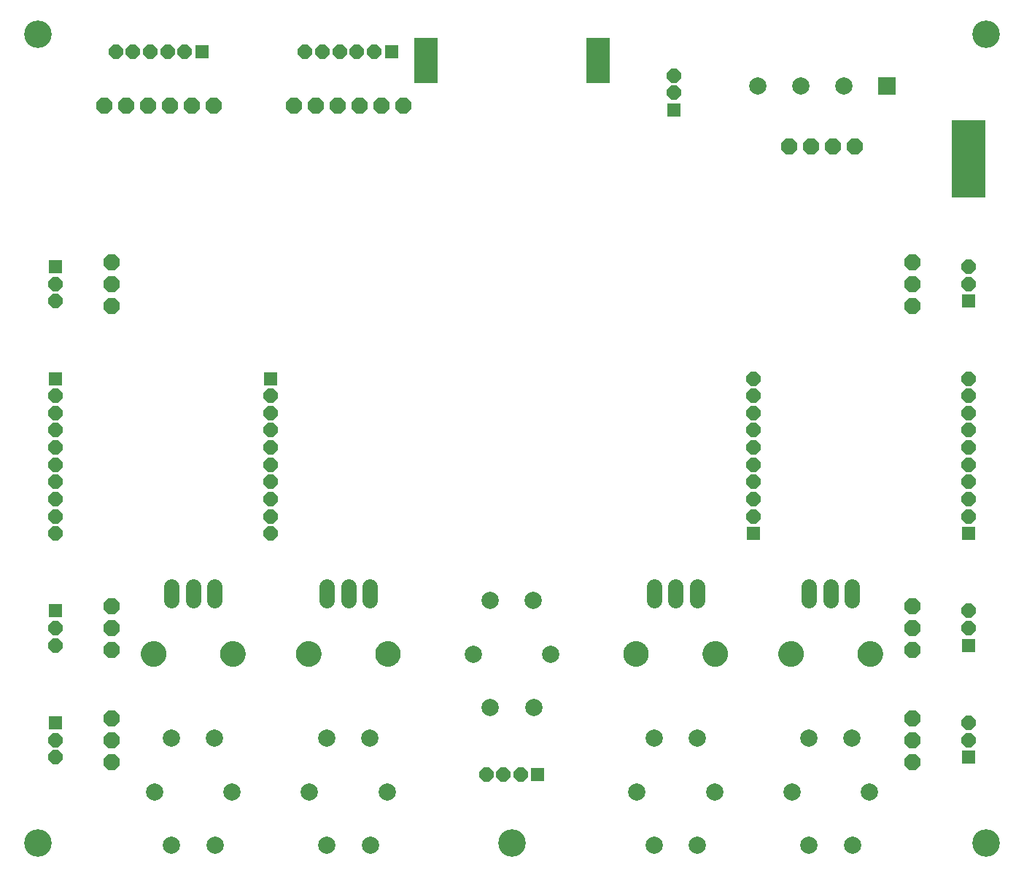
<source format=gbr>
G04 EAGLE Gerber RS-274X export*
G75*
%MOMM*%
%FSLAX34Y34*%
%LPD*%
%INSoldermask Bottom*%
%IPPOS*%
%AMOC8*
5,1,8,0,0,1.08239X$1,22.5*%
G01*
%ADD10C,3.203200*%
%ADD11R,4.000000X9.000000*%
%ADD12C,1.812800*%
%ADD13C,2.403200*%
%ADD14C,0.350000*%
%ADD15C,2.012800*%
%ADD16C,2.003200*%
%ADD17R,2.012800X2.012800*%
%ADD18R,1.625600X1.625600*%
%ADD19P,1.759533X8X202.500000*%
%ADD20P,1.759533X8X22.500000*%
%ADD21P,1.759533X8X292.500000*%
%ADD22R,2.743200X5.283200*%
%ADD23P,1.979475X8X292.500000*%
%ADD24P,1.979475X8X202.500000*%
%ADD25P,1.979475X8X22.500000*%


D10*
X1150000Y990000D03*
X1150000Y50000D03*
X50000Y50000D03*
X50000Y990000D03*
D11*
X1130000Y845000D03*
D10*
X600000Y50000D03*
D12*
X815000Y331952D02*
X815000Y348048D01*
X790000Y348048D02*
X790000Y331952D01*
X765000Y331952D02*
X765000Y348048D01*
D13*
X836000Y270000D03*
X744000Y270000D03*
D14*
X823000Y270000D02*
X823004Y270319D01*
X823016Y270638D01*
X823035Y270956D01*
X823063Y271274D01*
X823098Y271591D01*
X823141Y271907D01*
X823191Y272223D01*
X823250Y272536D01*
X823316Y272848D01*
X823390Y273159D01*
X823471Y273467D01*
X823560Y273774D01*
X823656Y274078D01*
X823760Y274380D01*
X823871Y274679D01*
X823990Y274975D01*
X824115Y275268D01*
X824248Y275558D01*
X824388Y275845D01*
X824535Y276128D01*
X824689Y276408D01*
X824850Y276683D01*
X825017Y276955D01*
X825191Y277222D01*
X825371Y277486D01*
X825558Y277744D01*
X825751Y277998D01*
X825951Y278247D01*
X826156Y278491D01*
X826368Y278730D01*
X826585Y278964D01*
X826808Y279192D01*
X827036Y279415D01*
X827270Y279632D01*
X827509Y279844D01*
X827753Y280049D01*
X828002Y280249D01*
X828256Y280442D01*
X828514Y280629D01*
X828778Y280809D01*
X829045Y280983D01*
X829317Y281150D01*
X829592Y281311D01*
X829872Y281465D01*
X830155Y281612D01*
X830442Y281752D01*
X830732Y281885D01*
X831025Y282010D01*
X831321Y282129D01*
X831620Y282240D01*
X831922Y282344D01*
X832226Y282440D01*
X832533Y282529D01*
X832841Y282610D01*
X833152Y282684D01*
X833464Y282750D01*
X833777Y282809D01*
X834093Y282859D01*
X834409Y282902D01*
X834726Y282937D01*
X835044Y282965D01*
X835362Y282984D01*
X835681Y282996D01*
X836000Y283000D01*
X836319Y282996D01*
X836638Y282984D01*
X836956Y282965D01*
X837274Y282937D01*
X837591Y282902D01*
X837907Y282859D01*
X838223Y282809D01*
X838536Y282750D01*
X838848Y282684D01*
X839159Y282610D01*
X839467Y282529D01*
X839774Y282440D01*
X840078Y282344D01*
X840380Y282240D01*
X840679Y282129D01*
X840975Y282010D01*
X841268Y281885D01*
X841558Y281752D01*
X841845Y281612D01*
X842128Y281465D01*
X842408Y281311D01*
X842683Y281150D01*
X842955Y280983D01*
X843222Y280809D01*
X843486Y280629D01*
X843744Y280442D01*
X843998Y280249D01*
X844247Y280049D01*
X844491Y279844D01*
X844730Y279632D01*
X844964Y279415D01*
X845192Y279192D01*
X845415Y278964D01*
X845632Y278730D01*
X845844Y278491D01*
X846049Y278247D01*
X846249Y277998D01*
X846442Y277744D01*
X846629Y277486D01*
X846809Y277222D01*
X846983Y276955D01*
X847150Y276683D01*
X847311Y276408D01*
X847465Y276128D01*
X847612Y275845D01*
X847752Y275558D01*
X847885Y275268D01*
X848010Y274975D01*
X848129Y274679D01*
X848240Y274380D01*
X848344Y274078D01*
X848440Y273774D01*
X848529Y273467D01*
X848610Y273159D01*
X848684Y272848D01*
X848750Y272536D01*
X848809Y272223D01*
X848859Y271907D01*
X848902Y271591D01*
X848937Y271274D01*
X848965Y270956D01*
X848984Y270638D01*
X848996Y270319D01*
X849000Y270000D01*
X848996Y269681D01*
X848984Y269362D01*
X848965Y269044D01*
X848937Y268726D01*
X848902Y268409D01*
X848859Y268093D01*
X848809Y267777D01*
X848750Y267464D01*
X848684Y267152D01*
X848610Y266841D01*
X848529Y266533D01*
X848440Y266226D01*
X848344Y265922D01*
X848240Y265620D01*
X848129Y265321D01*
X848010Y265025D01*
X847885Y264732D01*
X847752Y264442D01*
X847612Y264155D01*
X847465Y263872D01*
X847311Y263592D01*
X847150Y263317D01*
X846983Y263045D01*
X846809Y262778D01*
X846629Y262514D01*
X846442Y262256D01*
X846249Y262002D01*
X846049Y261753D01*
X845844Y261509D01*
X845632Y261270D01*
X845415Y261036D01*
X845192Y260808D01*
X844964Y260585D01*
X844730Y260368D01*
X844491Y260156D01*
X844247Y259951D01*
X843998Y259751D01*
X843744Y259558D01*
X843486Y259371D01*
X843222Y259191D01*
X842955Y259017D01*
X842683Y258850D01*
X842408Y258689D01*
X842128Y258535D01*
X841845Y258388D01*
X841558Y258248D01*
X841268Y258115D01*
X840975Y257990D01*
X840679Y257871D01*
X840380Y257760D01*
X840078Y257656D01*
X839774Y257560D01*
X839467Y257471D01*
X839159Y257390D01*
X838848Y257316D01*
X838536Y257250D01*
X838223Y257191D01*
X837907Y257141D01*
X837591Y257098D01*
X837274Y257063D01*
X836956Y257035D01*
X836638Y257016D01*
X836319Y257004D01*
X836000Y257000D01*
X835681Y257004D01*
X835362Y257016D01*
X835044Y257035D01*
X834726Y257063D01*
X834409Y257098D01*
X834093Y257141D01*
X833777Y257191D01*
X833464Y257250D01*
X833152Y257316D01*
X832841Y257390D01*
X832533Y257471D01*
X832226Y257560D01*
X831922Y257656D01*
X831620Y257760D01*
X831321Y257871D01*
X831025Y257990D01*
X830732Y258115D01*
X830442Y258248D01*
X830155Y258388D01*
X829872Y258535D01*
X829592Y258689D01*
X829317Y258850D01*
X829045Y259017D01*
X828778Y259191D01*
X828514Y259371D01*
X828256Y259558D01*
X828002Y259751D01*
X827753Y259951D01*
X827509Y260156D01*
X827270Y260368D01*
X827036Y260585D01*
X826808Y260808D01*
X826585Y261036D01*
X826368Y261270D01*
X826156Y261509D01*
X825951Y261753D01*
X825751Y262002D01*
X825558Y262256D01*
X825371Y262514D01*
X825191Y262778D01*
X825017Y263045D01*
X824850Y263317D01*
X824689Y263592D01*
X824535Y263872D01*
X824388Y264155D01*
X824248Y264442D01*
X824115Y264732D01*
X823990Y265025D01*
X823871Y265321D01*
X823760Y265620D01*
X823656Y265922D01*
X823560Y266226D01*
X823471Y266533D01*
X823390Y266841D01*
X823316Y267152D01*
X823250Y267464D01*
X823191Y267777D01*
X823141Y268093D01*
X823098Y268409D01*
X823063Y268726D01*
X823035Y269044D01*
X823016Y269362D01*
X823004Y269681D01*
X823000Y270000D01*
X731000Y270000D02*
X731004Y270319D01*
X731016Y270638D01*
X731035Y270956D01*
X731063Y271274D01*
X731098Y271591D01*
X731141Y271907D01*
X731191Y272223D01*
X731250Y272536D01*
X731316Y272848D01*
X731390Y273159D01*
X731471Y273467D01*
X731560Y273774D01*
X731656Y274078D01*
X731760Y274380D01*
X731871Y274679D01*
X731990Y274975D01*
X732115Y275268D01*
X732248Y275558D01*
X732388Y275845D01*
X732535Y276128D01*
X732689Y276408D01*
X732850Y276683D01*
X733017Y276955D01*
X733191Y277222D01*
X733371Y277486D01*
X733558Y277744D01*
X733751Y277998D01*
X733951Y278247D01*
X734156Y278491D01*
X734368Y278730D01*
X734585Y278964D01*
X734808Y279192D01*
X735036Y279415D01*
X735270Y279632D01*
X735509Y279844D01*
X735753Y280049D01*
X736002Y280249D01*
X736256Y280442D01*
X736514Y280629D01*
X736778Y280809D01*
X737045Y280983D01*
X737317Y281150D01*
X737592Y281311D01*
X737872Y281465D01*
X738155Y281612D01*
X738442Y281752D01*
X738732Y281885D01*
X739025Y282010D01*
X739321Y282129D01*
X739620Y282240D01*
X739922Y282344D01*
X740226Y282440D01*
X740533Y282529D01*
X740841Y282610D01*
X741152Y282684D01*
X741464Y282750D01*
X741777Y282809D01*
X742093Y282859D01*
X742409Y282902D01*
X742726Y282937D01*
X743044Y282965D01*
X743362Y282984D01*
X743681Y282996D01*
X744000Y283000D01*
X744319Y282996D01*
X744638Y282984D01*
X744956Y282965D01*
X745274Y282937D01*
X745591Y282902D01*
X745907Y282859D01*
X746223Y282809D01*
X746536Y282750D01*
X746848Y282684D01*
X747159Y282610D01*
X747467Y282529D01*
X747774Y282440D01*
X748078Y282344D01*
X748380Y282240D01*
X748679Y282129D01*
X748975Y282010D01*
X749268Y281885D01*
X749558Y281752D01*
X749845Y281612D01*
X750128Y281465D01*
X750408Y281311D01*
X750683Y281150D01*
X750955Y280983D01*
X751222Y280809D01*
X751486Y280629D01*
X751744Y280442D01*
X751998Y280249D01*
X752247Y280049D01*
X752491Y279844D01*
X752730Y279632D01*
X752964Y279415D01*
X753192Y279192D01*
X753415Y278964D01*
X753632Y278730D01*
X753844Y278491D01*
X754049Y278247D01*
X754249Y277998D01*
X754442Y277744D01*
X754629Y277486D01*
X754809Y277222D01*
X754983Y276955D01*
X755150Y276683D01*
X755311Y276408D01*
X755465Y276128D01*
X755612Y275845D01*
X755752Y275558D01*
X755885Y275268D01*
X756010Y274975D01*
X756129Y274679D01*
X756240Y274380D01*
X756344Y274078D01*
X756440Y273774D01*
X756529Y273467D01*
X756610Y273159D01*
X756684Y272848D01*
X756750Y272536D01*
X756809Y272223D01*
X756859Y271907D01*
X756902Y271591D01*
X756937Y271274D01*
X756965Y270956D01*
X756984Y270638D01*
X756996Y270319D01*
X757000Y270000D01*
X756996Y269681D01*
X756984Y269362D01*
X756965Y269044D01*
X756937Y268726D01*
X756902Y268409D01*
X756859Y268093D01*
X756809Y267777D01*
X756750Y267464D01*
X756684Y267152D01*
X756610Y266841D01*
X756529Y266533D01*
X756440Y266226D01*
X756344Y265922D01*
X756240Y265620D01*
X756129Y265321D01*
X756010Y265025D01*
X755885Y264732D01*
X755752Y264442D01*
X755612Y264155D01*
X755465Y263872D01*
X755311Y263592D01*
X755150Y263317D01*
X754983Y263045D01*
X754809Y262778D01*
X754629Y262514D01*
X754442Y262256D01*
X754249Y262002D01*
X754049Y261753D01*
X753844Y261509D01*
X753632Y261270D01*
X753415Y261036D01*
X753192Y260808D01*
X752964Y260585D01*
X752730Y260368D01*
X752491Y260156D01*
X752247Y259951D01*
X751998Y259751D01*
X751744Y259558D01*
X751486Y259371D01*
X751222Y259191D01*
X750955Y259017D01*
X750683Y258850D01*
X750408Y258689D01*
X750128Y258535D01*
X749845Y258388D01*
X749558Y258248D01*
X749268Y258115D01*
X748975Y257990D01*
X748679Y257871D01*
X748380Y257760D01*
X748078Y257656D01*
X747774Y257560D01*
X747467Y257471D01*
X747159Y257390D01*
X746848Y257316D01*
X746536Y257250D01*
X746223Y257191D01*
X745907Y257141D01*
X745591Y257098D01*
X745274Y257063D01*
X744956Y257035D01*
X744638Y257016D01*
X744319Y257004D01*
X744000Y257000D01*
X743681Y257004D01*
X743362Y257016D01*
X743044Y257035D01*
X742726Y257063D01*
X742409Y257098D01*
X742093Y257141D01*
X741777Y257191D01*
X741464Y257250D01*
X741152Y257316D01*
X740841Y257390D01*
X740533Y257471D01*
X740226Y257560D01*
X739922Y257656D01*
X739620Y257760D01*
X739321Y257871D01*
X739025Y257990D01*
X738732Y258115D01*
X738442Y258248D01*
X738155Y258388D01*
X737872Y258535D01*
X737592Y258689D01*
X737317Y258850D01*
X737045Y259017D01*
X736778Y259191D01*
X736514Y259371D01*
X736256Y259558D01*
X736002Y259751D01*
X735753Y259951D01*
X735509Y260156D01*
X735270Y260368D01*
X735036Y260585D01*
X734808Y260808D01*
X734585Y261036D01*
X734368Y261270D01*
X734156Y261509D01*
X733951Y261753D01*
X733751Y262002D01*
X733558Y262256D01*
X733371Y262514D01*
X733191Y262778D01*
X733017Y263045D01*
X732850Y263317D01*
X732689Y263592D01*
X732535Y263872D01*
X732388Y264155D01*
X732248Y264442D01*
X732115Y264732D01*
X731990Y265025D01*
X731871Y265321D01*
X731760Y265620D01*
X731656Y265922D01*
X731560Y266226D01*
X731471Y266533D01*
X731390Y266841D01*
X731316Y267152D01*
X731250Y267464D01*
X731191Y267777D01*
X731141Y268093D01*
X731098Y268409D01*
X731063Y268726D01*
X731035Y269044D01*
X731016Y269362D01*
X731004Y269681D01*
X731000Y270000D01*
D12*
X995000Y331952D02*
X995000Y348048D01*
X970000Y348048D02*
X970000Y331952D01*
X945000Y331952D02*
X945000Y348048D01*
D13*
X1016000Y270000D03*
X924000Y270000D03*
D14*
X1003000Y270000D02*
X1003004Y270319D01*
X1003016Y270638D01*
X1003035Y270956D01*
X1003063Y271274D01*
X1003098Y271591D01*
X1003141Y271907D01*
X1003191Y272223D01*
X1003250Y272536D01*
X1003316Y272848D01*
X1003390Y273159D01*
X1003471Y273467D01*
X1003560Y273774D01*
X1003656Y274078D01*
X1003760Y274380D01*
X1003871Y274679D01*
X1003990Y274975D01*
X1004115Y275268D01*
X1004248Y275558D01*
X1004388Y275845D01*
X1004535Y276128D01*
X1004689Y276408D01*
X1004850Y276683D01*
X1005017Y276955D01*
X1005191Y277222D01*
X1005371Y277486D01*
X1005558Y277744D01*
X1005751Y277998D01*
X1005951Y278247D01*
X1006156Y278491D01*
X1006368Y278730D01*
X1006585Y278964D01*
X1006808Y279192D01*
X1007036Y279415D01*
X1007270Y279632D01*
X1007509Y279844D01*
X1007753Y280049D01*
X1008002Y280249D01*
X1008256Y280442D01*
X1008514Y280629D01*
X1008778Y280809D01*
X1009045Y280983D01*
X1009317Y281150D01*
X1009592Y281311D01*
X1009872Y281465D01*
X1010155Y281612D01*
X1010442Y281752D01*
X1010732Y281885D01*
X1011025Y282010D01*
X1011321Y282129D01*
X1011620Y282240D01*
X1011922Y282344D01*
X1012226Y282440D01*
X1012533Y282529D01*
X1012841Y282610D01*
X1013152Y282684D01*
X1013464Y282750D01*
X1013777Y282809D01*
X1014093Y282859D01*
X1014409Y282902D01*
X1014726Y282937D01*
X1015044Y282965D01*
X1015362Y282984D01*
X1015681Y282996D01*
X1016000Y283000D01*
X1016319Y282996D01*
X1016638Y282984D01*
X1016956Y282965D01*
X1017274Y282937D01*
X1017591Y282902D01*
X1017907Y282859D01*
X1018223Y282809D01*
X1018536Y282750D01*
X1018848Y282684D01*
X1019159Y282610D01*
X1019467Y282529D01*
X1019774Y282440D01*
X1020078Y282344D01*
X1020380Y282240D01*
X1020679Y282129D01*
X1020975Y282010D01*
X1021268Y281885D01*
X1021558Y281752D01*
X1021845Y281612D01*
X1022128Y281465D01*
X1022408Y281311D01*
X1022683Y281150D01*
X1022955Y280983D01*
X1023222Y280809D01*
X1023486Y280629D01*
X1023744Y280442D01*
X1023998Y280249D01*
X1024247Y280049D01*
X1024491Y279844D01*
X1024730Y279632D01*
X1024964Y279415D01*
X1025192Y279192D01*
X1025415Y278964D01*
X1025632Y278730D01*
X1025844Y278491D01*
X1026049Y278247D01*
X1026249Y277998D01*
X1026442Y277744D01*
X1026629Y277486D01*
X1026809Y277222D01*
X1026983Y276955D01*
X1027150Y276683D01*
X1027311Y276408D01*
X1027465Y276128D01*
X1027612Y275845D01*
X1027752Y275558D01*
X1027885Y275268D01*
X1028010Y274975D01*
X1028129Y274679D01*
X1028240Y274380D01*
X1028344Y274078D01*
X1028440Y273774D01*
X1028529Y273467D01*
X1028610Y273159D01*
X1028684Y272848D01*
X1028750Y272536D01*
X1028809Y272223D01*
X1028859Y271907D01*
X1028902Y271591D01*
X1028937Y271274D01*
X1028965Y270956D01*
X1028984Y270638D01*
X1028996Y270319D01*
X1029000Y270000D01*
X1028996Y269681D01*
X1028984Y269362D01*
X1028965Y269044D01*
X1028937Y268726D01*
X1028902Y268409D01*
X1028859Y268093D01*
X1028809Y267777D01*
X1028750Y267464D01*
X1028684Y267152D01*
X1028610Y266841D01*
X1028529Y266533D01*
X1028440Y266226D01*
X1028344Y265922D01*
X1028240Y265620D01*
X1028129Y265321D01*
X1028010Y265025D01*
X1027885Y264732D01*
X1027752Y264442D01*
X1027612Y264155D01*
X1027465Y263872D01*
X1027311Y263592D01*
X1027150Y263317D01*
X1026983Y263045D01*
X1026809Y262778D01*
X1026629Y262514D01*
X1026442Y262256D01*
X1026249Y262002D01*
X1026049Y261753D01*
X1025844Y261509D01*
X1025632Y261270D01*
X1025415Y261036D01*
X1025192Y260808D01*
X1024964Y260585D01*
X1024730Y260368D01*
X1024491Y260156D01*
X1024247Y259951D01*
X1023998Y259751D01*
X1023744Y259558D01*
X1023486Y259371D01*
X1023222Y259191D01*
X1022955Y259017D01*
X1022683Y258850D01*
X1022408Y258689D01*
X1022128Y258535D01*
X1021845Y258388D01*
X1021558Y258248D01*
X1021268Y258115D01*
X1020975Y257990D01*
X1020679Y257871D01*
X1020380Y257760D01*
X1020078Y257656D01*
X1019774Y257560D01*
X1019467Y257471D01*
X1019159Y257390D01*
X1018848Y257316D01*
X1018536Y257250D01*
X1018223Y257191D01*
X1017907Y257141D01*
X1017591Y257098D01*
X1017274Y257063D01*
X1016956Y257035D01*
X1016638Y257016D01*
X1016319Y257004D01*
X1016000Y257000D01*
X1015681Y257004D01*
X1015362Y257016D01*
X1015044Y257035D01*
X1014726Y257063D01*
X1014409Y257098D01*
X1014093Y257141D01*
X1013777Y257191D01*
X1013464Y257250D01*
X1013152Y257316D01*
X1012841Y257390D01*
X1012533Y257471D01*
X1012226Y257560D01*
X1011922Y257656D01*
X1011620Y257760D01*
X1011321Y257871D01*
X1011025Y257990D01*
X1010732Y258115D01*
X1010442Y258248D01*
X1010155Y258388D01*
X1009872Y258535D01*
X1009592Y258689D01*
X1009317Y258850D01*
X1009045Y259017D01*
X1008778Y259191D01*
X1008514Y259371D01*
X1008256Y259558D01*
X1008002Y259751D01*
X1007753Y259951D01*
X1007509Y260156D01*
X1007270Y260368D01*
X1007036Y260585D01*
X1006808Y260808D01*
X1006585Y261036D01*
X1006368Y261270D01*
X1006156Y261509D01*
X1005951Y261753D01*
X1005751Y262002D01*
X1005558Y262256D01*
X1005371Y262514D01*
X1005191Y262778D01*
X1005017Y263045D01*
X1004850Y263317D01*
X1004689Y263592D01*
X1004535Y263872D01*
X1004388Y264155D01*
X1004248Y264442D01*
X1004115Y264732D01*
X1003990Y265025D01*
X1003871Y265321D01*
X1003760Y265620D01*
X1003656Y265922D01*
X1003560Y266226D01*
X1003471Y266533D01*
X1003390Y266841D01*
X1003316Y267152D01*
X1003250Y267464D01*
X1003191Y267777D01*
X1003141Y268093D01*
X1003098Y268409D01*
X1003063Y268726D01*
X1003035Y269044D01*
X1003016Y269362D01*
X1003004Y269681D01*
X1003000Y270000D01*
X911000Y270000D02*
X911004Y270319D01*
X911016Y270638D01*
X911035Y270956D01*
X911063Y271274D01*
X911098Y271591D01*
X911141Y271907D01*
X911191Y272223D01*
X911250Y272536D01*
X911316Y272848D01*
X911390Y273159D01*
X911471Y273467D01*
X911560Y273774D01*
X911656Y274078D01*
X911760Y274380D01*
X911871Y274679D01*
X911990Y274975D01*
X912115Y275268D01*
X912248Y275558D01*
X912388Y275845D01*
X912535Y276128D01*
X912689Y276408D01*
X912850Y276683D01*
X913017Y276955D01*
X913191Y277222D01*
X913371Y277486D01*
X913558Y277744D01*
X913751Y277998D01*
X913951Y278247D01*
X914156Y278491D01*
X914368Y278730D01*
X914585Y278964D01*
X914808Y279192D01*
X915036Y279415D01*
X915270Y279632D01*
X915509Y279844D01*
X915753Y280049D01*
X916002Y280249D01*
X916256Y280442D01*
X916514Y280629D01*
X916778Y280809D01*
X917045Y280983D01*
X917317Y281150D01*
X917592Y281311D01*
X917872Y281465D01*
X918155Y281612D01*
X918442Y281752D01*
X918732Y281885D01*
X919025Y282010D01*
X919321Y282129D01*
X919620Y282240D01*
X919922Y282344D01*
X920226Y282440D01*
X920533Y282529D01*
X920841Y282610D01*
X921152Y282684D01*
X921464Y282750D01*
X921777Y282809D01*
X922093Y282859D01*
X922409Y282902D01*
X922726Y282937D01*
X923044Y282965D01*
X923362Y282984D01*
X923681Y282996D01*
X924000Y283000D01*
X924319Y282996D01*
X924638Y282984D01*
X924956Y282965D01*
X925274Y282937D01*
X925591Y282902D01*
X925907Y282859D01*
X926223Y282809D01*
X926536Y282750D01*
X926848Y282684D01*
X927159Y282610D01*
X927467Y282529D01*
X927774Y282440D01*
X928078Y282344D01*
X928380Y282240D01*
X928679Y282129D01*
X928975Y282010D01*
X929268Y281885D01*
X929558Y281752D01*
X929845Y281612D01*
X930128Y281465D01*
X930408Y281311D01*
X930683Y281150D01*
X930955Y280983D01*
X931222Y280809D01*
X931486Y280629D01*
X931744Y280442D01*
X931998Y280249D01*
X932247Y280049D01*
X932491Y279844D01*
X932730Y279632D01*
X932964Y279415D01*
X933192Y279192D01*
X933415Y278964D01*
X933632Y278730D01*
X933844Y278491D01*
X934049Y278247D01*
X934249Y277998D01*
X934442Y277744D01*
X934629Y277486D01*
X934809Y277222D01*
X934983Y276955D01*
X935150Y276683D01*
X935311Y276408D01*
X935465Y276128D01*
X935612Y275845D01*
X935752Y275558D01*
X935885Y275268D01*
X936010Y274975D01*
X936129Y274679D01*
X936240Y274380D01*
X936344Y274078D01*
X936440Y273774D01*
X936529Y273467D01*
X936610Y273159D01*
X936684Y272848D01*
X936750Y272536D01*
X936809Y272223D01*
X936859Y271907D01*
X936902Y271591D01*
X936937Y271274D01*
X936965Y270956D01*
X936984Y270638D01*
X936996Y270319D01*
X937000Y270000D01*
X936996Y269681D01*
X936984Y269362D01*
X936965Y269044D01*
X936937Y268726D01*
X936902Y268409D01*
X936859Y268093D01*
X936809Y267777D01*
X936750Y267464D01*
X936684Y267152D01*
X936610Y266841D01*
X936529Y266533D01*
X936440Y266226D01*
X936344Y265922D01*
X936240Y265620D01*
X936129Y265321D01*
X936010Y265025D01*
X935885Y264732D01*
X935752Y264442D01*
X935612Y264155D01*
X935465Y263872D01*
X935311Y263592D01*
X935150Y263317D01*
X934983Y263045D01*
X934809Y262778D01*
X934629Y262514D01*
X934442Y262256D01*
X934249Y262002D01*
X934049Y261753D01*
X933844Y261509D01*
X933632Y261270D01*
X933415Y261036D01*
X933192Y260808D01*
X932964Y260585D01*
X932730Y260368D01*
X932491Y260156D01*
X932247Y259951D01*
X931998Y259751D01*
X931744Y259558D01*
X931486Y259371D01*
X931222Y259191D01*
X930955Y259017D01*
X930683Y258850D01*
X930408Y258689D01*
X930128Y258535D01*
X929845Y258388D01*
X929558Y258248D01*
X929268Y258115D01*
X928975Y257990D01*
X928679Y257871D01*
X928380Y257760D01*
X928078Y257656D01*
X927774Y257560D01*
X927467Y257471D01*
X927159Y257390D01*
X926848Y257316D01*
X926536Y257250D01*
X926223Y257191D01*
X925907Y257141D01*
X925591Y257098D01*
X925274Y257063D01*
X924956Y257035D01*
X924638Y257016D01*
X924319Y257004D01*
X924000Y257000D01*
X923681Y257004D01*
X923362Y257016D01*
X923044Y257035D01*
X922726Y257063D01*
X922409Y257098D01*
X922093Y257141D01*
X921777Y257191D01*
X921464Y257250D01*
X921152Y257316D01*
X920841Y257390D01*
X920533Y257471D01*
X920226Y257560D01*
X919922Y257656D01*
X919620Y257760D01*
X919321Y257871D01*
X919025Y257990D01*
X918732Y258115D01*
X918442Y258248D01*
X918155Y258388D01*
X917872Y258535D01*
X917592Y258689D01*
X917317Y258850D01*
X917045Y259017D01*
X916778Y259191D01*
X916514Y259371D01*
X916256Y259558D01*
X916002Y259751D01*
X915753Y259951D01*
X915509Y260156D01*
X915270Y260368D01*
X915036Y260585D01*
X914808Y260808D01*
X914585Y261036D01*
X914368Y261270D01*
X914156Y261509D01*
X913951Y261753D01*
X913751Y262002D01*
X913558Y262256D01*
X913371Y262514D01*
X913191Y262778D01*
X913017Y263045D01*
X912850Y263317D01*
X912689Y263592D01*
X912535Y263872D01*
X912388Y264155D01*
X912248Y264442D01*
X912115Y264732D01*
X911990Y265025D01*
X911871Y265321D01*
X911760Y265620D01*
X911656Y265922D01*
X911560Y266226D01*
X911471Y266533D01*
X911390Y266841D01*
X911316Y267152D01*
X911250Y267464D01*
X911191Y267777D01*
X911141Y268093D01*
X911098Y268409D01*
X911063Y268726D01*
X911035Y269044D01*
X911016Y269362D01*
X911004Y269681D01*
X911000Y270000D01*
D12*
X255000Y331952D02*
X255000Y348048D01*
X230000Y348048D02*
X230000Y331952D01*
X205000Y331952D02*
X205000Y348048D01*
D13*
X276000Y270000D03*
X184000Y270000D03*
D14*
X263000Y270000D02*
X263004Y270319D01*
X263016Y270638D01*
X263035Y270956D01*
X263063Y271274D01*
X263098Y271591D01*
X263141Y271907D01*
X263191Y272223D01*
X263250Y272536D01*
X263316Y272848D01*
X263390Y273159D01*
X263471Y273467D01*
X263560Y273774D01*
X263656Y274078D01*
X263760Y274380D01*
X263871Y274679D01*
X263990Y274975D01*
X264115Y275268D01*
X264248Y275558D01*
X264388Y275845D01*
X264535Y276128D01*
X264689Y276408D01*
X264850Y276683D01*
X265017Y276955D01*
X265191Y277222D01*
X265371Y277486D01*
X265558Y277744D01*
X265751Y277998D01*
X265951Y278247D01*
X266156Y278491D01*
X266368Y278730D01*
X266585Y278964D01*
X266808Y279192D01*
X267036Y279415D01*
X267270Y279632D01*
X267509Y279844D01*
X267753Y280049D01*
X268002Y280249D01*
X268256Y280442D01*
X268514Y280629D01*
X268778Y280809D01*
X269045Y280983D01*
X269317Y281150D01*
X269592Y281311D01*
X269872Y281465D01*
X270155Y281612D01*
X270442Y281752D01*
X270732Y281885D01*
X271025Y282010D01*
X271321Y282129D01*
X271620Y282240D01*
X271922Y282344D01*
X272226Y282440D01*
X272533Y282529D01*
X272841Y282610D01*
X273152Y282684D01*
X273464Y282750D01*
X273777Y282809D01*
X274093Y282859D01*
X274409Y282902D01*
X274726Y282937D01*
X275044Y282965D01*
X275362Y282984D01*
X275681Y282996D01*
X276000Y283000D01*
X276319Y282996D01*
X276638Y282984D01*
X276956Y282965D01*
X277274Y282937D01*
X277591Y282902D01*
X277907Y282859D01*
X278223Y282809D01*
X278536Y282750D01*
X278848Y282684D01*
X279159Y282610D01*
X279467Y282529D01*
X279774Y282440D01*
X280078Y282344D01*
X280380Y282240D01*
X280679Y282129D01*
X280975Y282010D01*
X281268Y281885D01*
X281558Y281752D01*
X281845Y281612D01*
X282128Y281465D01*
X282408Y281311D01*
X282683Y281150D01*
X282955Y280983D01*
X283222Y280809D01*
X283486Y280629D01*
X283744Y280442D01*
X283998Y280249D01*
X284247Y280049D01*
X284491Y279844D01*
X284730Y279632D01*
X284964Y279415D01*
X285192Y279192D01*
X285415Y278964D01*
X285632Y278730D01*
X285844Y278491D01*
X286049Y278247D01*
X286249Y277998D01*
X286442Y277744D01*
X286629Y277486D01*
X286809Y277222D01*
X286983Y276955D01*
X287150Y276683D01*
X287311Y276408D01*
X287465Y276128D01*
X287612Y275845D01*
X287752Y275558D01*
X287885Y275268D01*
X288010Y274975D01*
X288129Y274679D01*
X288240Y274380D01*
X288344Y274078D01*
X288440Y273774D01*
X288529Y273467D01*
X288610Y273159D01*
X288684Y272848D01*
X288750Y272536D01*
X288809Y272223D01*
X288859Y271907D01*
X288902Y271591D01*
X288937Y271274D01*
X288965Y270956D01*
X288984Y270638D01*
X288996Y270319D01*
X289000Y270000D01*
X288996Y269681D01*
X288984Y269362D01*
X288965Y269044D01*
X288937Y268726D01*
X288902Y268409D01*
X288859Y268093D01*
X288809Y267777D01*
X288750Y267464D01*
X288684Y267152D01*
X288610Y266841D01*
X288529Y266533D01*
X288440Y266226D01*
X288344Y265922D01*
X288240Y265620D01*
X288129Y265321D01*
X288010Y265025D01*
X287885Y264732D01*
X287752Y264442D01*
X287612Y264155D01*
X287465Y263872D01*
X287311Y263592D01*
X287150Y263317D01*
X286983Y263045D01*
X286809Y262778D01*
X286629Y262514D01*
X286442Y262256D01*
X286249Y262002D01*
X286049Y261753D01*
X285844Y261509D01*
X285632Y261270D01*
X285415Y261036D01*
X285192Y260808D01*
X284964Y260585D01*
X284730Y260368D01*
X284491Y260156D01*
X284247Y259951D01*
X283998Y259751D01*
X283744Y259558D01*
X283486Y259371D01*
X283222Y259191D01*
X282955Y259017D01*
X282683Y258850D01*
X282408Y258689D01*
X282128Y258535D01*
X281845Y258388D01*
X281558Y258248D01*
X281268Y258115D01*
X280975Y257990D01*
X280679Y257871D01*
X280380Y257760D01*
X280078Y257656D01*
X279774Y257560D01*
X279467Y257471D01*
X279159Y257390D01*
X278848Y257316D01*
X278536Y257250D01*
X278223Y257191D01*
X277907Y257141D01*
X277591Y257098D01*
X277274Y257063D01*
X276956Y257035D01*
X276638Y257016D01*
X276319Y257004D01*
X276000Y257000D01*
X275681Y257004D01*
X275362Y257016D01*
X275044Y257035D01*
X274726Y257063D01*
X274409Y257098D01*
X274093Y257141D01*
X273777Y257191D01*
X273464Y257250D01*
X273152Y257316D01*
X272841Y257390D01*
X272533Y257471D01*
X272226Y257560D01*
X271922Y257656D01*
X271620Y257760D01*
X271321Y257871D01*
X271025Y257990D01*
X270732Y258115D01*
X270442Y258248D01*
X270155Y258388D01*
X269872Y258535D01*
X269592Y258689D01*
X269317Y258850D01*
X269045Y259017D01*
X268778Y259191D01*
X268514Y259371D01*
X268256Y259558D01*
X268002Y259751D01*
X267753Y259951D01*
X267509Y260156D01*
X267270Y260368D01*
X267036Y260585D01*
X266808Y260808D01*
X266585Y261036D01*
X266368Y261270D01*
X266156Y261509D01*
X265951Y261753D01*
X265751Y262002D01*
X265558Y262256D01*
X265371Y262514D01*
X265191Y262778D01*
X265017Y263045D01*
X264850Y263317D01*
X264689Y263592D01*
X264535Y263872D01*
X264388Y264155D01*
X264248Y264442D01*
X264115Y264732D01*
X263990Y265025D01*
X263871Y265321D01*
X263760Y265620D01*
X263656Y265922D01*
X263560Y266226D01*
X263471Y266533D01*
X263390Y266841D01*
X263316Y267152D01*
X263250Y267464D01*
X263191Y267777D01*
X263141Y268093D01*
X263098Y268409D01*
X263063Y268726D01*
X263035Y269044D01*
X263016Y269362D01*
X263004Y269681D01*
X263000Y270000D01*
X171000Y270000D02*
X171004Y270319D01*
X171016Y270638D01*
X171035Y270956D01*
X171063Y271274D01*
X171098Y271591D01*
X171141Y271907D01*
X171191Y272223D01*
X171250Y272536D01*
X171316Y272848D01*
X171390Y273159D01*
X171471Y273467D01*
X171560Y273774D01*
X171656Y274078D01*
X171760Y274380D01*
X171871Y274679D01*
X171990Y274975D01*
X172115Y275268D01*
X172248Y275558D01*
X172388Y275845D01*
X172535Y276128D01*
X172689Y276408D01*
X172850Y276683D01*
X173017Y276955D01*
X173191Y277222D01*
X173371Y277486D01*
X173558Y277744D01*
X173751Y277998D01*
X173951Y278247D01*
X174156Y278491D01*
X174368Y278730D01*
X174585Y278964D01*
X174808Y279192D01*
X175036Y279415D01*
X175270Y279632D01*
X175509Y279844D01*
X175753Y280049D01*
X176002Y280249D01*
X176256Y280442D01*
X176514Y280629D01*
X176778Y280809D01*
X177045Y280983D01*
X177317Y281150D01*
X177592Y281311D01*
X177872Y281465D01*
X178155Y281612D01*
X178442Y281752D01*
X178732Y281885D01*
X179025Y282010D01*
X179321Y282129D01*
X179620Y282240D01*
X179922Y282344D01*
X180226Y282440D01*
X180533Y282529D01*
X180841Y282610D01*
X181152Y282684D01*
X181464Y282750D01*
X181777Y282809D01*
X182093Y282859D01*
X182409Y282902D01*
X182726Y282937D01*
X183044Y282965D01*
X183362Y282984D01*
X183681Y282996D01*
X184000Y283000D01*
X184319Y282996D01*
X184638Y282984D01*
X184956Y282965D01*
X185274Y282937D01*
X185591Y282902D01*
X185907Y282859D01*
X186223Y282809D01*
X186536Y282750D01*
X186848Y282684D01*
X187159Y282610D01*
X187467Y282529D01*
X187774Y282440D01*
X188078Y282344D01*
X188380Y282240D01*
X188679Y282129D01*
X188975Y282010D01*
X189268Y281885D01*
X189558Y281752D01*
X189845Y281612D01*
X190128Y281465D01*
X190408Y281311D01*
X190683Y281150D01*
X190955Y280983D01*
X191222Y280809D01*
X191486Y280629D01*
X191744Y280442D01*
X191998Y280249D01*
X192247Y280049D01*
X192491Y279844D01*
X192730Y279632D01*
X192964Y279415D01*
X193192Y279192D01*
X193415Y278964D01*
X193632Y278730D01*
X193844Y278491D01*
X194049Y278247D01*
X194249Y277998D01*
X194442Y277744D01*
X194629Y277486D01*
X194809Y277222D01*
X194983Y276955D01*
X195150Y276683D01*
X195311Y276408D01*
X195465Y276128D01*
X195612Y275845D01*
X195752Y275558D01*
X195885Y275268D01*
X196010Y274975D01*
X196129Y274679D01*
X196240Y274380D01*
X196344Y274078D01*
X196440Y273774D01*
X196529Y273467D01*
X196610Y273159D01*
X196684Y272848D01*
X196750Y272536D01*
X196809Y272223D01*
X196859Y271907D01*
X196902Y271591D01*
X196937Y271274D01*
X196965Y270956D01*
X196984Y270638D01*
X196996Y270319D01*
X197000Y270000D01*
X196996Y269681D01*
X196984Y269362D01*
X196965Y269044D01*
X196937Y268726D01*
X196902Y268409D01*
X196859Y268093D01*
X196809Y267777D01*
X196750Y267464D01*
X196684Y267152D01*
X196610Y266841D01*
X196529Y266533D01*
X196440Y266226D01*
X196344Y265922D01*
X196240Y265620D01*
X196129Y265321D01*
X196010Y265025D01*
X195885Y264732D01*
X195752Y264442D01*
X195612Y264155D01*
X195465Y263872D01*
X195311Y263592D01*
X195150Y263317D01*
X194983Y263045D01*
X194809Y262778D01*
X194629Y262514D01*
X194442Y262256D01*
X194249Y262002D01*
X194049Y261753D01*
X193844Y261509D01*
X193632Y261270D01*
X193415Y261036D01*
X193192Y260808D01*
X192964Y260585D01*
X192730Y260368D01*
X192491Y260156D01*
X192247Y259951D01*
X191998Y259751D01*
X191744Y259558D01*
X191486Y259371D01*
X191222Y259191D01*
X190955Y259017D01*
X190683Y258850D01*
X190408Y258689D01*
X190128Y258535D01*
X189845Y258388D01*
X189558Y258248D01*
X189268Y258115D01*
X188975Y257990D01*
X188679Y257871D01*
X188380Y257760D01*
X188078Y257656D01*
X187774Y257560D01*
X187467Y257471D01*
X187159Y257390D01*
X186848Y257316D01*
X186536Y257250D01*
X186223Y257191D01*
X185907Y257141D01*
X185591Y257098D01*
X185274Y257063D01*
X184956Y257035D01*
X184638Y257016D01*
X184319Y257004D01*
X184000Y257000D01*
X183681Y257004D01*
X183362Y257016D01*
X183044Y257035D01*
X182726Y257063D01*
X182409Y257098D01*
X182093Y257141D01*
X181777Y257191D01*
X181464Y257250D01*
X181152Y257316D01*
X180841Y257390D01*
X180533Y257471D01*
X180226Y257560D01*
X179922Y257656D01*
X179620Y257760D01*
X179321Y257871D01*
X179025Y257990D01*
X178732Y258115D01*
X178442Y258248D01*
X178155Y258388D01*
X177872Y258535D01*
X177592Y258689D01*
X177317Y258850D01*
X177045Y259017D01*
X176778Y259191D01*
X176514Y259371D01*
X176256Y259558D01*
X176002Y259751D01*
X175753Y259951D01*
X175509Y260156D01*
X175270Y260368D01*
X175036Y260585D01*
X174808Y260808D01*
X174585Y261036D01*
X174368Y261270D01*
X174156Y261509D01*
X173951Y261753D01*
X173751Y262002D01*
X173558Y262256D01*
X173371Y262514D01*
X173191Y262778D01*
X173017Y263045D01*
X172850Y263317D01*
X172689Y263592D01*
X172535Y263872D01*
X172388Y264155D01*
X172248Y264442D01*
X172115Y264732D01*
X171990Y265025D01*
X171871Y265321D01*
X171760Y265620D01*
X171656Y265922D01*
X171560Y266226D01*
X171471Y266533D01*
X171390Y266841D01*
X171316Y267152D01*
X171250Y267464D01*
X171191Y267777D01*
X171141Y268093D01*
X171098Y268409D01*
X171063Y268726D01*
X171035Y269044D01*
X171016Y269362D01*
X171004Y269681D01*
X171000Y270000D01*
D12*
X435000Y331952D02*
X435000Y348048D01*
X410000Y348048D02*
X410000Y331952D01*
X385000Y331952D02*
X385000Y348048D01*
D13*
X456000Y270000D03*
X364000Y270000D03*
D14*
X443000Y270000D02*
X443004Y270319D01*
X443016Y270638D01*
X443035Y270956D01*
X443063Y271274D01*
X443098Y271591D01*
X443141Y271907D01*
X443191Y272223D01*
X443250Y272536D01*
X443316Y272848D01*
X443390Y273159D01*
X443471Y273467D01*
X443560Y273774D01*
X443656Y274078D01*
X443760Y274380D01*
X443871Y274679D01*
X443990Y274975D01*
X444115Y275268D01*
X444248Y275558D01*
X444388Y275845D01*
X444535Y276128D01*
X444689Y276408D01*
X444850Y276683D01*
X445017Y276955D01*
X445191Y277222D01*
X445371Y277486D01*
X445558Y277744D01*
X445751Y277998D01*
X445951Y278247D01*
X446156Y278491D01*
X446368Y278730D01*
X446585Y278964D01*
X446808Y279192D01*
X447036Y279415D01*
X447270Y279632D01*
X447509Y279844D01*
X447753Y280049D01*
X448002Y280249D01*
X448256Y280442D01*
X448514Y280629D01*
X448778Y280809D01*
X449045Y280983D01*
X449317Y281150D01*
X449592Y281311D01*
X449872Y281465D01*
X450155Y281612D01*
X450442Y281752D01*
X450732Y281885D01*
X451025Y282010D01*
X451321Y282129D01*
X451620Y282240D01*
X451922Y282344D01*
X452226Y282440D01*
X452533Y282529D01*
X452841Y282610D01*
X453152Y282684D01*
X453464Y282750D01*
X453777Y282809D01*
X454093Y282859D01*
X454409Y282902D01*
X454726Y282937D01*
X455044Y282965D01*
X455362Y282984D01*
X455681Y282996D01*
X456000Y283000D01*
X456319Y282996D01*
X456638Y282984D01*
X456956Y282965D01*
X457274Y282937D01*
X457591Y282902D01*
X457907Y282859D01*
X458223Y282809D01*
X458536Y282750D01*
X458848Y282684D01*
X459159Y282610D01*
X459467Y282529D01*
X459774Y282440D01*
X460078Y282344D01*
X460380Y282240D01*
X460679Y282129D01*
X460975Y282010D01*
X461268Y281885D01*
X461558Y281752D01*
X461845Y281612D01*
X462128Y281465D01*
X462408Y281311D01*
X462683Y281150D01*
X462955Y280983D01*
X463222Y280809D01*
X463486Y280629D01*
X463744Y280442D01*
X463998Y280249D01*
X464247Y280049D01*
X464491Y279844D01*
X464730Y279632D01*
X464964Y279415D01*
X465192Y279192D01*
X465415Y278964D01*
X465632Y278730D01*
X465844Y278491D01*
X466049Y278247D01*
X466249Y277998D01*
X466442Y277744D01*
X466629Y277486D01*
X466809Y277222D01*
X466983Y276955D01*
X467150Y276683D01*
X467311Y276408D01*
X467465Y276128D01*
X467612Y275845D01*
X467752Y275558D01*
X467885Y275268D01*
X468010Y274975D01*
X468129Y274679D01*
X468240Y274380D01*
X468344Y274078D01*
X468440Y273774D01*
X468529Y273467D01*
X468610Y273159D01*
X468684Y272848D01*
X468750Y272536D01*
X468809Y272223D01*
X468859Y271907D01*
X468902Y271591D01*
X468937Y271274D01*
X468965Y270956D01*
X468984Y270638D01*
X468996Y270319D01*
X469000Y270000D01*
X468996Y269681D01*
X468984Y269362D01*
X468965Y269044D01*
X468937Y268726D01*
X468902Y268409D01*
X468859Y268093D01*
X468809Y267777D01*
X468750Y267464D01*
X468684Y267152D01*
X468610Y266841D01*
X468529Y266533D01*
X468440Y266226D01*
X468344Y265922D01*
X468240Y265620D01*
X468129Y265321D01*
X468010Y265025D01*
X467885Y264732D01*
X467752Y264442D01*
X467612Y264155D01*
X467465Y263872D01*
X467311Y263592D01*
X467150Y263317D01*
X466983Y263045D01*
X466809Y262778D01*
X466629Y262514D01*
X466442Y262256D01*
X466249Y262002D01*
X466049Y261753D01*
X465844Y261509D01*
X465632Y261270D01*
X465415Y261036D01*
X465192Y260808D01*
X464964Y260585D01*
X464730Y260368D01*
X464491Y260156D01*
X464247Y259951D01*
X463998Y259751D01*
X463744Y259558D01*
X463486Y259371D01*
X463222Y259191D01*
X462955Y259017D01*
X462683Y258850D01*
X462408Y258689D01*
X462128Y258535D01*
X461845Y258388D01*
X461558Y258248D01*
X461268Y258115D01*
X460975Y257990D01*
X460679Y257871D01*
X460380Y257760D01*
X460078Y257656D01*
X459774Y257560D01*
X459467Y257471D01*
X459159Y257390D01*
X458848Y257316D01*
X458536Y257250D01*
X458223Y257191D01*
X457907Y257141D01*
X457591Y257098D01*
X457274Y257063D01*
X456956Y257035D01*
X456638Y257016D01*
X456319Y257004D01*
X456000Y257000D01*
X455681Y257004D01*
X455362Y257016D01*
X455044Y257035D01*
X454726Y257063D01*
X454409Y257098D01*
X454093Y257141D01*
X453777Y257191D01*
X453464Y257250D01*
X453152Y257316D01*
X452841Y257390D01*
X452533Y257471D01*
X452226Y257560D01*
X451922Y257656D01*
X451620Y257760D01*
X451321Y257871D01*
X451025Y257990D01*
X450732Y258115D01*
X450442Y258248D01*
X450155Y258388D01*
X449872Y258535D01*
X449592Y258689D01*
X449317Y258850D01*
X449045Y259017D01*
X448778Y259191D01*
X448514Y259371D01*
X448256Y259558D01*
X448002Y259751D01*
X447753Y259951D01*
X447509Y260156D01*
X447270Y260368D01*
X447036Y260585D01*
X446808Y260808D01*
X446585Y261036D01*
X446368Y261270D01*
X446156Y261509D01*
X445951Y261753D01*
X445751Y262002D01*
X445558Y262256D01*
X445371Y262514D01*
X445191Y262778D01*
X445017Y263045D01*
X444850Y263317D01*
X444689Y263592D01*
X444535Y263872D01*
X444388Y264155D01*
X444248Y264442D01*
X444115Y264732D01*
X443990Y265025D01*
X443871Y265321D01*
X443760Y265620D01*
X443656Y265922D01*
X443560Y266226D01*
X443471Y266533D01*
X443390Y266841D01*
X443316Y267152D01*
X443250Y267464D01*
X443191Y267777D01*
X443141Y268093D01*
X443098Y268409D01*
X443063Y268726D01*
X443035Y269044D01*
X443016Y269362D01*
X443004Y269681D01*
X443000Y270000D01*
X351000Y270000D02*
X351004Y270319D01*
X351016Y270638D01*
X351035Y270956D01*
X351063Y271274D01*
X351098Y271591D01*
X351141Y271907D01*
X351191Y272223D01*
X351250Y272536D01*
X351316Y272848D01*
X351390Y273159D01*
X351471Y273467D01*
X351560Y273774D01*
X351656Y274078D01*
X351760Y274380D01*
X351871Y274679D01*
X351990Y274975D01*
X352115Y275268D01*
X352248Y275558D01*
X352388Y275845D01*
X352535Y276128D01*
X352689Y276408D01*
X352850Y276683D01*
X353017Y276955D01*
X353191Y277222D01*
X353371Y277486D01*
X353558Y277744D01*
X353751Y277998D01*
X353951Y278247D01*
X354156Y278491D01*
X354368Y278730D01*
X354585Y278964D01*
X354808Y279192D01*
X355036Y279415D01*
X355270Y279632D01*
X355509Y279844D01*
X355753Y280049D01*
X356002Y280249D01*
X356256Y280442D01*
X356514Y280629D01*
X356778Y280809D01*
X357045Y280983D01*
X357317Y281150D01*
X357592Y281311D01*
X357872Y281465D01*
X358155Y281612D01*
X358442Y281752D01*
X358732Y281885D01*
X359025Y282010D01*
X359321Y282129D01*
X359620Y282240D01*
X359922Y282344D01*
X360226Y282440D01*
X360533Y282529D01*
X360841Y282610D01*
X361152Y282684D01*
X361464Y282750D01*
X361777Y282809D01*
X362093Y282859D01*
X362409Y282902D01*
X362726Y282937D01*
X363044Y282965D01*
X363362Y282984D01*
X363681Y282996D01*
X364000Y283000D01*
X364319Y282996D01*
X364638Y282984D01*
X364956Y282965D01*
X365274Y282937D01*
X365591Y282902D01*
X365907Y282859D01*
X366223Y282809D01*
X366536Y282750D01*
X366848Y282684D01*
X367159Y282610D01*
X367467Y282529D01*
X367774Y282440D01*
X368078Y282344D01*
X368380Y282240D01*
X368679Y282129D01*
X368975Y282010D01*
X369268Y281885D01*
X369558Y281752D01*
X369845Y281612D01*
X370128Y281465D01*
X370408Y281311D01*
X370683Y281150D01*
X370955Y280983D01*
X371222Y280809D01*
X371486Y280629D01*
X371744Y280442D01*
X371998Y280249D01*
X372247Y280049D01*
X372491Y279844D01*
X372730Y279632D01*
X372964Y279415D01*
X373192Y279192D01*
X373415Y278964D01*
X373632Y278730D01*
X373844Y278491D01*
X374049Y278247D01*
X374249Y277998D01*
X374442Y277744D01*
X374629Y277486D01*
X374809Y277222D01*
X374983Y276955D01*
X375150Y276683D01*
X375311Y276408D01*
X375465Y276128D01*
X375612Y275845D01*
X375752Y275558D01*
X375885Y275268D01*
X376010Y274975D01*
X376129Y274679D01*
X376240Y274380D01*
X376344Y274078D01*
X376440Y273774D01*
X376529Y273467D01*
X376610Y273159D01*
X376684Y272848D01*
X376750Y272536D01*
X376809Y272223D01*
X376859Y271907D01*
X376902Y271591D01*
X376937Y271274D01*
X376965Y270956D01*
X376984Y270638D01*
X376996Y270319D01*
X377000Y270000D01*
X376996Y269681D01*
X376984Y269362D01*
X376965Y269044D01*
X376937Y268726D01*
X376902Y268409D01*
X376859Y268093D01*
X376809Y267777D01*
X376750Y267464D01*
X376684Y267152D01*
X376610Y266841D01*
X376529Y266533D01*
X376440Y266226D01*
X376344Y265922D01*
X376240Y265620D01*
X376129Y265321D01*
X376010Y265025D01*
X375885Y264732D01*
X375752Y264442D01*
X375612Y264155D01*
X375465Y263872D01*
X375311Y263592D01*
X375150Y263317D01*
X374983Y263045D01*
X374809Y262778D01*
X374629Y262514D01*
X374442Y262256D01*
X374249Y262002D01*
X374049Y261753D01*
X373844Y261509D01*
X373632Y261270D01*
X373415Y261036D01*
X373192Y260808D01*
X372964Y260585D01*
X372730Y260368D01*
X372491Y260156D01*
X372247Y259951D01*
X371998Y259751D01*
X371744Y259558D01*
X371486Y259371D01*
X371222Y259191D01*
X370955Y259017D01*
X370683Y258850D01*
X370408Y258689D01*
X370128Y258535D01*
X369845Y258388D01*
X369558Y258248D01*
X369268Y258115D01*
X368975Y257990D01*
X368679Y257871D01*
X368380Y257760D01*
X368078Y257656D01*
X367774Y257560D01*
X367467Y257471D01*
X367159Y257390D01*
X366848Y257316D01*
X366536Y257250D01*
X366223Y257191D01*
X365907Y257141D01*
X365591Y257098D01*
X365274Y257063D01*
X364956Y257035D01*
X364638Y257016D01*
X364319Y257004D01*
X364000Y257000D01*
X363681Y257004D01*
X363362Y257016D01*
X363044Y257035D01*
X362726Y257063D01*
X362409Y257098D01*
X362093Y257141D01*
X361777Y257191D01*
X361464Y257250D01*
X361152Y257316D01*
X360841Y257390D01*
X360533Y257471D01*
X360226Y257560D01*
X359922Y257656D01*
X359620Y257760D01*
X359321Y257871D01*
X359025Y257990D01*
X358732Y258115D01*
X358442Y258248D01*
X358155Y258388D01*
X357872Y258535D01*
X357592Y258689D01*
X357317Y258850D01*
X357045Y259017D01*
X356778Y259191D01*
X356514Y259371D01*
X356256Y259558D01*
X356002Y259751D01*
X355753Y259951D01*
X355509Y260156D01*
X355270Y260368D01*
X355036Y260585D01*
X354808Y260808D01*
X354585Y261036D01*
X354368Y261270D01*
X354156Y261509D01*
X353951Y261753D01*
X353751Y262002D01*
X353558Y262256D01*
X353371Y262514D01*
X353191Y262778D01*
X353017Y263045D01*
X352850Y263317D01*
X352689Y263592D01*
X352535Y263872D01*
X352388Y264155D01*
X352248Y264442D01*
X352115Y264732D01*
X351990Y265025D01*
X351871Y265321D01*
X351760Y265620D01*
X351656Y265922D01*
X351560Y266226D01*
X351471Y266533D01*
X351390Y266841D01*
X351316Y267152D01*
X351250Y267464D01*
X351191Y267777D01*
X351141Y268093D01*
X351098Y268409D01*
X351063Y268726D01*
X351035Y269044D01*
X351016Y269362D01*
X351004Y269681D01*
X351000Y270000D01*
D15*
X625000Y332500D03*
X625400Y207500D03*
X575000Y332500D03*
X575000Y207500D03*
D16*
X555000Y270000D03*
X645000Y270000D03*
D15*
X435000Y172500D03*
X435400Y47500D03*
X385000Y172500D03*
X385000Y47500D03*
D16*
X365000Y110000D03*
X455000Y110000D03*
D15*
X995000Y172500D03*
X995400Y47500D03*
X945000Y172500D03*
X945000Y47500D03*
D16*
X925000Y110000D03*
X1015000Y110000D03*
D15*
X255000Y172500D03*
X255400Y47500D03*
X205000Y172500D03*
X205000Y47500D03*
D16*
X185000Y110000D03*
X275000Y110000D03*
D15*
X815000Y172500D03*
X815400Y47500D03*
X765000Y172500D03*
X765000Y47500D03*
D16*
X745000Y110000D03*
X835000Y110000D03*
D17*
X1035000Y930000D03*
D15*
X985000Y930000D03*
X935000Y930000D03*
X885000Y930000D03*
D18*
X880000Y410000D03*
D19*
X880000Y430000D03*
X880000Y450000D03*
X880000Y470000D03*
X880000Y490000D03*
X880000Y510000D03*
X880000Y530000D03*
X880000Y550000D03*
X880000Y570000D03*
X880000Y590000D03*
D18*
X70000Y590000D03*
D20*
X70000Y570000D03*
X70000Y550000D03*
X70000Y530000D03*
X70000Y510000D03*
X70000Y490000D03*
X70000Y470000D03*
X70000Y450000D03*
X70000Y430000D03*
X70000Y410000D03*
D18*
X320000Y590000D03*
D20*
X320000Y570000D03*
X320000Y550000D03*
X320000Y530000D03*
X320000Y510000D03*
X320000Y490000D03*
X320000Y470000D03*
X320000Y450000D03*
X320000Y430000D03*
X320000Y410000D03*
D18*
X1130000Y410000D03*
D19*
X1130000Y430000D03*
X1130000Y450000D03*
X1130000Y470000D03*
X1130000Y490000D03*
X1130000Y510000D03*
X1130000Y530000D03*
X1130000Y550000D03*
X1130000Y570000D03*
X1130000Y590000D03*
D18*
X70000Y320000D03*
D20*
X70000Y300000D03*
X70000Y280000D03*
D18*
X70000Y190000D03*
D20*
X70000Y170000D03*
X70000Y150000D03*
D18*
X1130000Y280000D03*
D19*
X1130000Y300000D03*
X1130000Y320000D03*
D18*
X1130000Y150000D03*
D19*
X1130000Y170000D03*
X1130000Y190000D03*
D18*
X70000Y720000D03*
D20*
X70000Y700000D03*
X70000Y680000D03*
D18*
X1130000Y680000D03*
D19*
X1130000Y700000D03*
X1130000Y720000D03*
D18*
X630000Y130000D03*
D21*
X610000Y130000D03*
X590000Y130000D03*
X570000Y130000D03*
D18*
X240000Y970000D03*
D21*
X220000Y970000D03*
X200000Y970000D03*
X180000Y970000D03*
X160000Y970000D03*
X140000Y970000D03*
D18*
X460000Y970000D03*
D21*
X440000Y970000D03*
X420000Y970000D03*
X400000Y970000D03*
X380000Y970000D03*
X360000Y970000D03*
D22*
X700000Y960000D03*
X500000Y960000D03*
D23*
X998100Y860000D03*
X972700Y860000D03*
X947300Y860000D03*
X921900Y860000D03*
X473500Y907500D03*
X448100Y907500D03*
X422700Y907500D03*
X397300Y907500D03*
X371900Y907500D03*
X346500Y907500D03*
X253500Y907500D03*
X228100Y907500D03*
X202700Y907500D03*
X177300Y907500D03*
X151900Y907500D03*
X126500Y907500D03*
D24*
X1065000Y144600D03*
X1065000Y170000D03*
X1065000Y195400D03*
D25*
X135000Y725400D03*
X135000Y700000D03*
X135000Y674600D03*
D24*
X1065000Y674600D03*
X1065000Y700000D03*
X1065000Y725400D03*
X1065000Y274600D03*
X1065000Y300000D03*
X1065000Y325400D03*
D25*
X135000Y195400D03*
X135000Y170000D03*
X135000Y144600D03*
X135000Y325400D03*
X135000Y300000D03*
X135000Y274600D03*
D18*
X788000Y902000D03*
D19*
X788000Y922000D03*
X788000Y942000D03*
M02*

</source>
